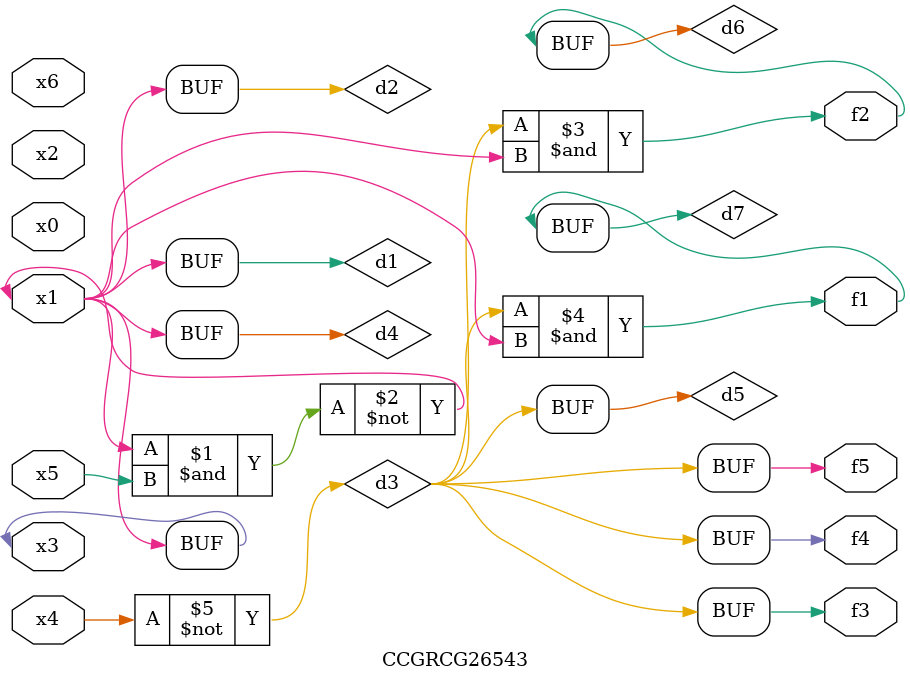
<source format=v>
module CCGRCG26543(
	input x0, x1, x2, x3, x4, x5, x6,
	output f1, f2, f3, f4, f5
);

	wire d1, d2, d3, d4, d5, d6, d7;

	buf (d1, x1, x3);
	nand (d2, x1, x5);
	not (d3, x4);
	buf (d4, d1, d2);
	buf (d5, d3);
	and (d6, d3, d4);
	and (d7, d3, d4);
	assign f1 = d7;
	assign f2 = d6;
	assign f3 = d5;
	assign f4 = d5;
	assign f5 = d5;
endmodule

</source>
